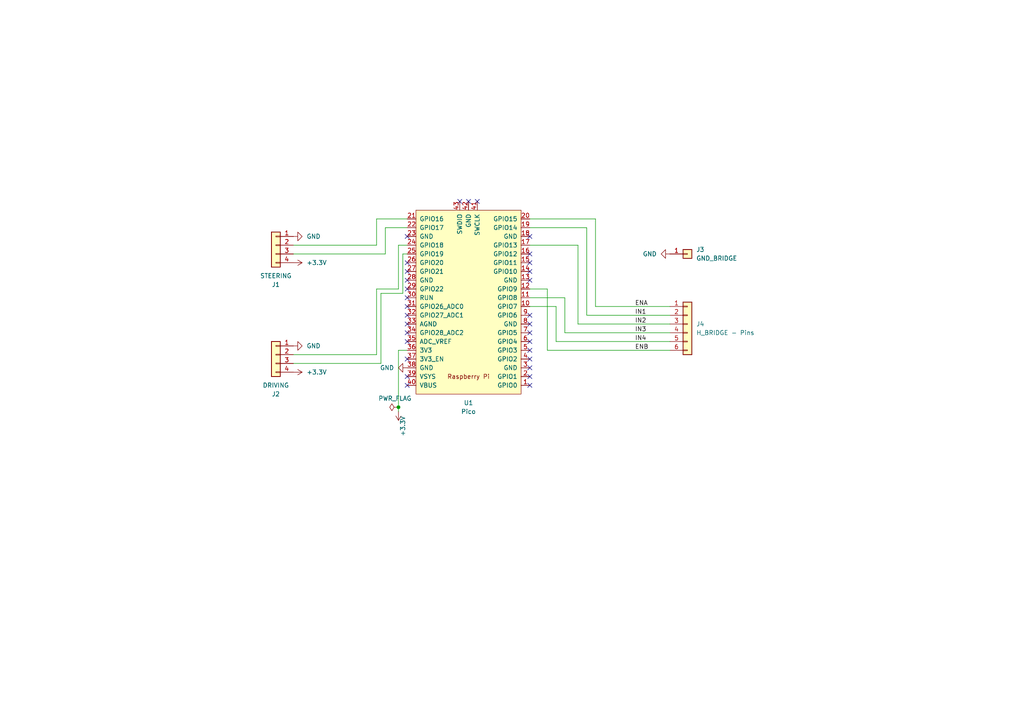
<source format=kicad_sch>
(kicad_sch (version 20230121) (generator eeschema)
  (paper "A4")
  (lib_symbols
    (symbol "Connector_Generic:Conn_01x01" (pin_names (offset 1.016) hide)
      (property "Reference" "J" (at 0 2.54 0))
      (property "Value" "Conn_01x01" (at 0 -2.54 0))
      (symbol "Conn_01x01_1_1"
        (rectangle (start -1.27 0.127) (end 0 -0.127) (stroke (width 0.1524)))
        (rectangle (start -1.27 1.27) (end 1.27 -1.27) (stroke (width 0.254)) (fill (type background)))
        (pin passive line (at -5.08 0 0) (length 3.81) (name "Pin_1") (number "1"))
      )
    )
    (symbol "Connector_Generic:Conn_01x04" (pin_names (offset 1.016) hide)
      (property "Reference" "J" (at 0 5.08 0))
      (property "Value" "Conn_01x04" (at 0 -7.62 0))
      (symbol "Conn_01x04_1_1"
        (rectangle (start -1.27 -4.953) (end 0 -5.207) (stroke (width 0.1524)))
        (rectangle (start -1.27 -2.413) (end 0 -2.667) (stroke (width 0.1524)))
        (rectangle (start -1.27 0.127) (end 0 -0.127) (stroke (width 0.1524)))
        (rectangle (start -1.27 2.667) (end 0 2.413) (stroke (width 0.1524)))
        (rectangle (start -1.27 3.81) (end 1.27 -6.35) (stroke (width 0.254)) (fill (type background)))
        (pin passive line (at -5.08 2.54 0) (length 3.81) (name "Pin_1") (number "1"))
        (pin passive line (at -5.08 0 0) (length 3.81) (name "Pin_2") (number "2"))
        (pin passive line (at -5.08 -2.54 0) (length 3.81) (name "Pin_3") (number "3"))
        (pin passive line (at -5.08 -5.08 0) (length 3.81) (name "Pin_4") (number "4"))
      )
    )
    (symbol "Connector_Generic:Conn_01x06" (pin_names (offset 1.016) hide)
      (property "Reference" "J" (at 0 7.62 0))
      (property "Value" "Conn_01x06" (at 0 -10.16 0))
      (symbol "Conn_01x06_1_1"
        (rectangle (start -1.27 -7.493) (end 0 -7.747) (stroke (width 0.1524)))
        (rectangle (start -1.27 -4.953) (end 0 -5.207) (stroke (width 0.1524)))
        (rectangle (start -1.27 -2.413) (end 0 -2.667) (stroke (width 0.1524)))
        (rectangle (start -1.27 0.127) (end 0 -0.127) (stroke (width 0.1524)))
        (rectangle (start -1.27 2.667) (end 0 2.413) (stroke (width 0.1524)))
        (rectangle (start -1.27 5.207) (end 0 4.953) (stroke (width 0.1524)))
        (rectangle (start -1.27 6.35) (end 1.27 -8.89) (stroke (width 0.254)) (fill (type background)))
        (pin passive line (at -5.08 5.08 0) (length 3.81) (name "Pin_1") (number "1"))
        (pin passive line (at -5.08 2.54 0) (length 3.81) (name "Pin_2") (number "2"))
        (pin passive line (at -5.08 0 0) (length 3.81) (name "Pin_3") (number "3"))
        (pin passive line (at -5.08 -2.54 0) (length 3.81) (name "Pin_4") (number "4"))
        (pin passive line (at -5.08 -5.08 0) (length 3.81) (name "Pin_5") (number "5"))
        (pin passive line (at -5.08 -7.62 0) (length 3.81) (name "Pin_6") (number "6"))
      )
    )
    (symbol "Pi Pico:Pico" (pin_names (offset 1.016))
      (property "Reference" "U" (at -13.97 27.94 0))
      (property "Value" "Pico" (at 0 19.05 0))
      (symbol "Pico_0_0"
        (text "Raspberry Pi" (at 0 21.59 0) (effects (font (size 1.27 1.27))))
      )
      (symbol "Pico_0_1"
        (rectangle (start -15.24 26.67) (end 15.24 -26.67) (fill (type background)))
      )
      (symbol "Pico_1_1"
        (pin bidirectional line (at -17.78 24.13 0) (length 2.54) (name "GPIO0") (number "1"))
        (pin bidirectional line (at -17.78 1.27 0) (length 2.54) (name "GPIO7") (number "10"))
        (pin bidirectional line (at -17.78 -1.27 0) (length 2.54) (name "GPIO8") (number "11"))
        (pin bidirectional line (at -17.78 -3.81 0) (length 2.54) (name "GPIO9") (number "12"))
        (pin power_in line (at -17.78 -6.35 0) (length 2.54) (name "GND") (number "13"))
        (pin bidirectional line (at -17.78 -8.89 0) (length 2.54) (name "GPIO10") (number "14"))
        (pin bidirectional line (at -17.78 -11.43 0) (length 2.54) (name "GPIO11") (number "15"))
        (pin bidirectional line (at -17.78 -13.97 0) (length 2.54) (name "GPIO12") (number "16"))
        (pin bidirectional line (at -17.78 -16.51 0) (length 2.54) (name "GPIO13") (number "17"))
        (pin power_in line (at -17.78 -19.05 0) (length 2.54) (name "GND") (number "18"))
        (pin bidirectional line (at -17.78 -21.59 0) (length 2.54) (name "GPIO14") (number "19"))
        (pin bidirectional line (at -17.78 21.59 0) (length 2.54) (name "GPIO1") (number "2"))
        (pin bidirectional line (at -17.78 -24.13 0) (length 2.54) (name "GPIO15") (number "20"))
        (pin bidirectional line (at 17.78 -24.13 180) (length 2.54) (name "GPIO16") (number "21"))
        (pin bidirectional line (at 17.78 -21.59 180) (length 2.54) (name "GPIO17") (number "22"))
        (pin power_in line (at 17.78 -19.05 180) (length 2.54) (name "GND") (number "23"))
        (pin bidirectional line (at 17.78 -16.51 180) (length 2.54) (name "GPIO18") (number "24"))
        (pin bidirectional line (at 17.78 -13.97 180) (length 2.54) (name "GPIO19") (number "25"))
        (pin bidirectional line (at 17.78 -11.43 180) (length 2.54) (name "GPIO20") (number "26"))
        (pin bidirectional line (at 17.78 -8.89 180) (length 2.54) (name "GPIO21") (number "27"))
        (pin power_in line (at 17.78 -6.35 180) (length 2.54) (name "GND") (number "28"))
        (pin bidirectional line (at 17.78 -3.81 180) (length 2.54) (name "GPIO22") (number "29"))
        (pin power_in line (at -17.78 19.05 0) (length 2.54) (name "GND") (number "3"))
        (pin input line (at 17.78 -1.27 180) (length 2.54) (name "RUN") (number "30"))
        (pin bidirectional line (at 17.78 1.27 180) (length 2.54) (name "GPIO26_ADC0") (number "31"))
        (pin bidirectional line (at 17.78 3.81 180) (length 2.54) (name "GPIO27_ADC1") (number "32"))
        (pin power_in line (at 17.78 6.35 180) (length 2.54) (name "AGND") (number "33"))
        (pin bidirectional line (at 17.78 8.89 180) (length 2.54) (name "GPIO28_ADC2") (number "34"))
        (pin unspecified line (at 17.78 11.43 180) (length 2.54) (name "ADC_VREF") (number "35"))
        (pin unspecified line (at 17.78 13.97 180) (length 2.54) (name "3V3") (number "36"))
        (pin input line (at 17.78 16.51 180) (length 2.54) (name "3V3_EN") (number "37"))
        (pin bidirectional line (at 17.78 19.05 180) (length 2.54) (name "GND") (number "38"))
        (pin unspecified line (at 17.78 21.59 180) (length 2.54) (name "VSYS") (number "39"))
        (pin bidirectional line (at -17.78 16.51 0) (length 2.54) (name "GPIO2") (number "4"))
        (pin unspecified line (at 17.78 24.13 180) (length 2.54) (name "VBUS") (number "40"))
        (pin input line (at -2.54 -29.21 90) (length 2.54) (name "SWCLK") (number "41"))
        (pin power_in line (at 0 -29.21 90) (length 2.54) (name "GND") (number "42"))
        (pin bidirectional line (at 2.54 -29.21 90) (length 2.54) (name "SWDIO") (number "43"))
        (pin bidirectional line (at -17.78 13.97 0) (length 2.54) (name "GPIO3") (number "5"))
        (pin bidirectional line (at -17.78 11.43 0) (length 2.54) (name "GPIO4") (number "6"))
        (pin bidirectional line (at -17.78 8.89 0) (length 2.54) (name "GPIO5") (number "7"))
        (pin power_in line (at -17.78 6.35 0) (length 2.54) (name "GND") (number "8"))
        (pin bidirectional line (at -17.78 3.81 0) (length 2.54) (name "GPIO6") (number "9"))
      )
    )
    (symbol "power:+3.3V" (power) (pin_names (offset 0))
      (property "Value" "+3.3V" (at 0 3.556 0))
      (symbol "+3.3V_0_1"
        (polyline (pts (xy -0.762 1.27) (xy 0 2.54)))
        (polyline (pts (xy 0 0) (xy 0 2.54)))
        (polyline (pts (xy 0 2.54) (xy 0.762 1.27)))
      )
      (symbol "+3.3V_1_1"
        (pin power_in line (at 0 0 90) (length 0) hide (name "+3.3V") (number "1"))
      )
    )
    (symbol "power:GND" (power) (pin_names (offset 0))
      (property "Value" "GND" (at 0 -3.81 0))
      (symbol "GND_0_1"
        (polyline (pts (xy 0 0) (xy 0 -1.27) (xy 1.27 -1.27) (xy 0 -2.54) (xy -1.27 -1.27) (xy 0 -1.27)))
      )
      (symbol "GND_1_1"
        (pin power_in line (at 0 0 270) (length 0) hide (name "GND") (number "1"))
      )
    )
    (symbol "power:PWR_FLAG" (power) (pin_numbers hide) (pin_names (offset 0) hide)
      (property "Value" "PWR_FLAG" (at 0 3.81 0))
      (symbol "PWR_FLAG_0_0"
        (pin power_out line (at 0 0 90) (length 0) (name "pwr") (number "1"))
      )
      (symbol "PWR_FLAG_0_1"
        (polyline (pts (xy 0 0) (xy 0 1.27) (xy -1.016 1.905) (xy 0 2.54) (xy 1.016 1.905) (xy 0 1.27)))
      )
    )
  )
  (junction (at 115.57 118.11))
  (no_connect (at 153.67 101.6))
  (no_connect (at 153.67 81.28))
  (no_connect (at 118.11 96.52))
  (no_connect (at 118.11 76.2))
  (no_connect (at 153.67 111.76))
  (no_connect (at 153.67 99.06))
  (no_connect (at 133.35 58.42))
  (no_connect (at 118.11 88.9))
  (no_connect (at 153.67 91.44))
  (no_connect (at 153.67 73.66))
  (no_connect (at 153.67 104.14))
  (no_connect (at 118.11 91.44))
  (no_connect (at 118.11 86.36))
  (no_connect (at 153.67 96.52))
  (no_connect (at 153.67 93.98))
  (no_connect (at 135.89 58.42))
  (no_connect (at 118.11 78.74))
  (no_connect (at 153.67 78.74))
  (no_connect (at 153.67 106.68))
  (no_connect (at 118.11 111.76))
  (no_connect (at 118.11 109.22))
  (no_connect (at 118.11 83.82))
  (no_connect (at 153.67 68.58))
  (no_connect (at 118.11 81.28))
  (no_connect (at 118.11 93.98))
  (no_connect (at 153.67 76.2))
  (no_connect (at 118.11 68.58))
  (no_connect (at 118.11 104.14))
  (no_connect (at 138.43 58.42))
  (no_connect (at 118.11 99.06))
  (no_connect (at 153.67 109.22))
  (wire (pts (xy 158.75 101.6) (xy 158.75 83.82)))
  (wire (pts (xy 194.31 91.44) (xy 170.18 91.44)))
  (wire (pts (xy 163.83 96.52) (xy 163.83 86.36)))
  (wire (pts (xy 163.83 86.36) (xy 153.67 86.36)))
  (wire (pts (xy 161.29 99.06) (xy 161.29 88.9)))
  (wire (pts (xy 111.76 73.66) (xy 111.76 66.04)))
  (wire (pts (xy 85.09 71.12) (xy 109.22 71.12)))
  (wire (pts (xy 194.31 93.98) (xy 167.64 93.98)))
  (wire (pts (xy 194.31 88.9) (xy 172.72 88.9)))
  (wire (pts (xy 115.57 71.12) (xy 118.11 71.12)))
  (wire (pts (xy 116.84 73.66) (xy 118.11 73.66)))
  (wire (pts (xy 115.57 119.38) (xy 115.57 118.11)))
  (wire (pts (xy 109.22 63.5) (xy 118.11 63.5)))
  (wire (pts (xy 109.22 102.87) (xy 109.22 83.82)))
  (wire (pts (xy 116.84 85.09) (xy 116.84 73.66)))
  (wire (pts (xy 115.57 118.11) (xy 115.57 101.6)))
  (wire (pts (xy 170.18 66.04) (xy 153.67 66.04)))
  (wire (pts (xy 110.49 85.09) (xy 116.84 85.09)))
  (wire (pts (xy 85.09 102.87) (xy 109.22 102.87)))
  (wire (pts (xy 170.18 91.44) (xy 170.18 66.04)))
  (wire (pts (xy 167.64 71.12) (xy 153.67 71.12)))
  (wire (pts (xy 194.31 101.6) (xy 158.75 101.6)))
  (wire (pts (xy 109.22 71.12) (xy 109.22 63.5)))
  (wire (pts (xy 194.31 99.06) (xy 161.29 99.06)))
  (wire (pts (xy 153.67 88.9) (xy 161.29 88.9)))
  (wire (pts (xy 115.57 101.6) (xy 118.11 101.6)))
  (wire (pts (xy 172.72 63.5) (xy 153.67 63.5)))
  (wire (pts (xy 167.64 93.98) (xy 167.64 71.12)))
  (wire (pts (xy 172.72 88.9) (xy 172.72 63.5)))
  (wire (pts (xy 194.31 96.52) (xy 163.83 96.52)))
  (wire (pts (xy 109.22 83.82) (xy 115.57 83.82)))
  (wire (pts (xy 158.75 83.82) (xy 153.67 83.82)))
  (wire (pts (xy 110.49 105.41) (xy 110.49 85.09)))
  (wire (pts (xy 85.09 73.66) (xy 111.76 73.66)))
  (wire (pts (xy 115.57 83.82) (xy 115.57 71.12)))
  (wire (pts (xy 111.76 66.04) (xy 118.11 66.04)))
  (wire (pts (xy 85.09 105.41) (xy 110.49 105.41)))
  (label "ENA" (at 184.15 88.9 0))
  (label "IN1" (at 184.15 91.44 0))
  (label "IN4" (at 184.15 99.06 0))
  (label "IN3" (at 184.15 96.52 0))
  (label "ENB" (at 184.15 101.6 0))
  (label "IN2" (at 184.15 93.98 0))
  (symbol (lib_id "Pi Pico:Pico") (at 135.89 87.63 180) (unit 1)
    (property "Reference" "U1" (at 135.89 116.84 0))
    (property "Value" "Pico" (at 135.89 119.38 0))
    (property "Footprint" "RPi_Pico:RPi_Pico_SMD_TH" (effects hide))
  )
  (symbol (lib_id "power:GND") (at 85.09 68.58 90) (unit 1)
    (property "Reference" "#PWR01" (effects hide))
    (property "Value" "GND" (at 88.9 68.58 90) (effects (justify right)))
  )
  (symbol (lib_id "power:+3.3V") (at 115.57 119.38 180) (unit 1)
    (property "Reference" "#PWR05" (effects hide))
    (property "Value" "+3.3V" (at 116.84 120.65 90) (effects (justify left)))
  )
  (symbol (lib_id "power:GND") (at 194.31 73.66 270) (unit 1)
    (property "Reference" "#PWR07" (effects hide))
    (property "Value" "GND" (at 190.5 73.66 90) (effects (justify right)))
  )
  (symbol (lib_id "power:PWR_FLAG") (at 115.57 118.11 90) (unit 1)
    (property "Reference" "#FLG01" (effects hide))
    (property "Value" "PWR_FLAG" (at 119.38 115.57 90) (effects (justify left)))
  )
  (symbol (lib_id "Connector_Generic:Conn_01x04") (at 80.01 71.12 0) (mirror y) (unit 1)
    (property "Reference" "J1" (at 80.01 82.55 0))
    (property "Value" "STEERING" (at 80.01 80.01 0))
    (property "Footprint" "Connector_PinHeader_2.54mm:PinHeader_1x04_P2.54mm_Vertical" (effects hide))
  )
  (symbol (lib_id "power:+3.3V") (at 85.09 76.2 270) (unit 1)
    (property "Reference" "#PWR02" (effects hide))
    (property "Value" "+3.3V" (at 88.9 76.2 90) (effects (justify left)))
  )
  (symbol (lib_id "power:+3.3V") (at 85.09 107.95 270) (unit 1)
    (property "Reference" "#PWR04" (effects hide))
    (property "Value" "+3.3V" (at 88.9 107.95 90) (effects (justify left)))
  )
  (symbol (lib_id "Connector_Generic:Conn_01x06") (at 199.39 93.98 0) (unit 1)
    (property "Reference" "J4" (at 201.93 93.98 0) (effects (justify left)))
    (property "Value" "H_BRIDGE - Pins" (at 201.93 96.52 0) (effects (justify left)))
    (property "Footprint" "Connector_PinHeader_2.54mm:PinHeader_1x06_P2.54mm_Vertical" (effects hide))
  )
  (symbol (lib_id "power:GND") (at 118.11 106.68 270) (unit 1)
    (property "Reference" "#PWR06" (effects hide))
    (property "Value" "GND" (at 114.3 106.68 90) (effects (justify right)))
  )
  (symbol (lib_id "power:GND") (at 85.09 100.33 90) (unit 1)
    (property "Reference" "#PWR03" (effects hide))
    (property "Value" "GND" (at 88.9 100.33 90) (effects (justify right)))
  )
  (symbol (lib_id "Connector_Generic:Conn_01x04") (at 80.01 102.87 0) (mirror y) (unit 1)
    (property "Reference" "J2" (at 80.01 114.3 0))
    (property "Value" "DRIVING" (at 80.01 111.76 0))
    (property "Footprint" "Connector_PinHeader_2.54mm:PinHeader_1x04_P2.54mm_Vertical" (effects hide))
  )
  (symbol (lib_id "Connector_Generic:Conn_01x01") (at 199.39 73.66 0) (unit 1)
    (property "Reference" "J3" (at 201.93 72.39 0) (effects (justify left)))
    (property "Value" "GND_BRIDGE" (at 201.93 74.93 0) (effects (justify left)))
    (property "Footprint" "Connector_PinHeader_2.54mm:PinHeader_1x01_P2.54mm_Vertical" (effects hide))
  )
)
</source>
